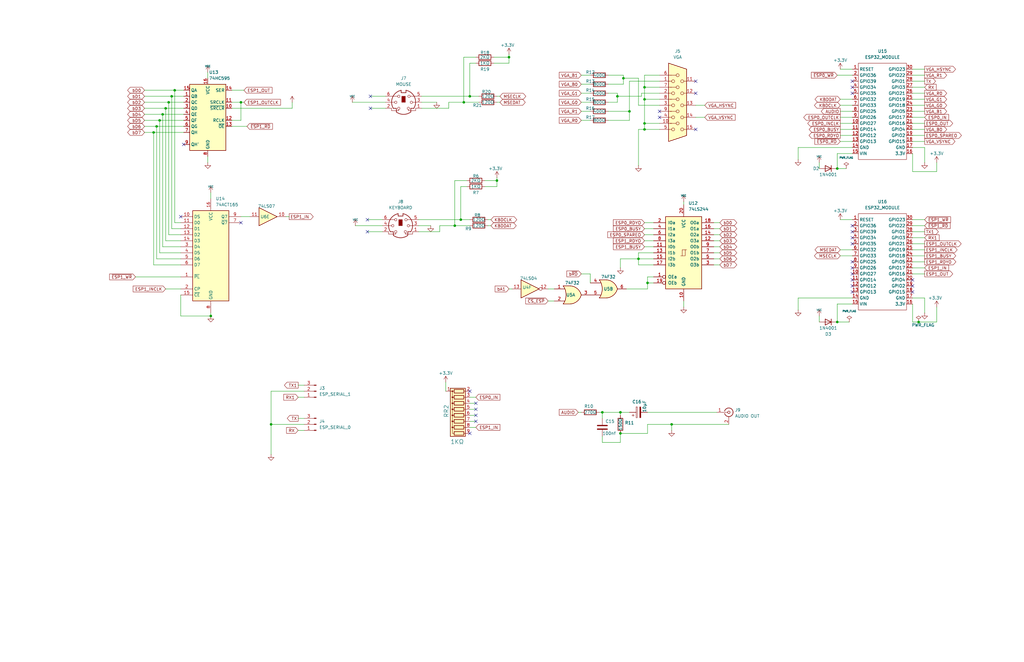
<source format=kicad_sch>
(kicad_sch (version 20250114) (generator "eeschema") (generator_version "9.0")
  (paper "USLedger")
  (title_block (title "ISA DUAL ESP32") (date "2025-06-28") (rev "V1.2"))
  (lib_symbols
    (symbol "74xx:74HC165"
      (property "Reference" "U" (at -7.62 19.05 0))
      (property "Value" "74HC165" (at -7.62 -21.59 0))
      (symbol "74HC165_1_0"
        (pin input line (at -12.7 15.24 0) (length 5.08) (name "DS") (number "10"))
        (pin input line (at -12.7 12.7 0) (length 5.08) (name "D0") (number "11"))
        (pin input line (at -12.7 10.16 0) (length 5.08) (name "D1") (number "12"))
        (pin input line (at -12.7 7.62 0) (length 5.08) (name "D2") (number "13"))
        (pin input line (at -12.7 5.08 0) (length 5.08) (name "D3") (number "14"))
        (pin input line (at -12.7 2.54 0) (length 5.08) (name "D4") (number "3"))
        (pin input line (at -12.7 0 0) (length 5.08) (name "D5") (number "4"))
        (pin input line (at -12.7 -2.54 0) (length 5.08) (name "D6") (number "5"))
        (pin input line (at -12.7 -5.08 0) (length 5.08) (name "D7") (number "6"))
        (pin input line (at -12.7 -10.16 0) (length 5.08) (name "~{PL}") (number "1"))
        (pin input line (at -12.7 -15.24 0) (length 5.08) (name "CP") (number "2"))
        (pin input line (at -12.7 -17.78 0) (length 5.08) (name "~{CE}") (number "15"))
        (pin power_in line (at 0 22.86 270) (length 5.08) (name "VCC") (number "16"))
        (pin power_in line (at 0 -25.4 90) (length 5.08) (name "GND") (number "8"))
        (pin output line (at 12.7 15.24 180) (length 5.08) (name "Q7") (number "9"))
        (pin output line (at 12.7 12.7 180) (length 5.08) (name "~{Q7}") (number "7"))
      )
    )
    (symbol "74xx:74HC595"
      (property "Reference" "U" (at -7.62 13.97 0))
      (property "Value" "74HC595" (at -7.62 -16.51 0))
      (symbol "74HC595_1_0"
        (pin input line (at -10.16 10.16 0) (length 2.54) (name "SER") (number "14"))
        (pin input line (at -10.16 5.08 0) (length 2.54) (name "SRCLK") (number "11"))
        (pin input line (at -10.16 2.54 0) (length 2.54) (name "~{SRCLR}") (number "10"))
        (pin input line (at -10.16 -2.54 0) (length 2.54) (name "RCLK") (number "12"))
        (pin input line (at -10.16 -5.08 0) (length 2.54) (name "~{OE}") (number "13"))
        (pin power_in line (at 0 15.24 270) (length 2.54) (name "VCC") (number "16"))
        (pin power_in line (at 0 -17.78 90) (length 2.54) (name "GND") (number "8"))
        (pin tri_state line (at 10.16 10.16 180) (length 2.54) (name "QA") (number "15"))
        (pin tri_state line (at 10.16 7.62 180) (length 2.54) (name "QB") (number "1"))
        (pin tri_state line (at 10.16 5.08 180) (length 2.54) (name "QC") (number "2"))
        (pin tri_state line (at 10.16 2.54 180) (length 2.54) (name "QD") (number "3"))
        (pin tri_state line (at 10.16 0 180) (length 2.54) (name "QE") (number "4"))
        (pin tri_state line (at 10.16 -2.54 180) (length 2.54) (name "QF") (number "5"))
        (pin tri_state line (at 10.16 -5.08 180) (length 2.54) (name "QG") (number "6"))
        (pin tri_state line (at 10.16 -7.62 180) (length 2.54) (name "QH") (number "7"))
        (pin output line (at 10.16 -12.7 180) (length 2.54) (name "QH'") (number "9"))
      )
    )
    (symbol "74xx:74LS04"
      (property "Reference" "U" (at 0 1.27 0))
      (property "Value" "74LS04" (at 0 -1.27 0))
      (symbol "74LS04_1_0"
        (pin input line (at -7.62 0 0) (length 3.81) (name "~") (number "1"))
        (pin output inverted (at 7.62 0 180) (length 3.81) (name "~") (number "2"))
      )
      (symbol "74LS04_2_0"
        (pin input line (at -7.62 0 0) (length 3.81) (name "~") (number "3"))
        (pin output inverted (at 7.62 0 180) (length 3.81) (name "~") (number "4"))
      )
      (symbol "74LS04_3_0"
        (pin input line (at -7.62 0 0) (length 3.81) (name "~") (number "5"))
        (pin output inverted (at 7.62 0 180) (length 3.81) (name "~") (number "6"))
      )
      (symbol "74LS04_4_0"
        (pin input line (at -7.62 0 0) (length 3.81) (name "~") (number "9"))
        (pin output inverted (at 7.62 0 180) (length 3.81) (name "~") (number "8"))
      )
      (symbol "74LS04_5_0"
        (pin input line (at -7.62 0 0) (length 3.81) (name "~") (number "11"))
        (pin output inverted (at 7.62 0 180) (length 3.81) (name "~") (number "10"))
      )
      (symbol "74LS04_6_0"
        (pin input line (at -7.62 0 0) (length 3.81) (name "~") (number "13"))
        (pin output inverted (at 7.62 0 180) (length 3.81) (name "~") (number "12"))
      )
      (symbol "74LS04_7_0"
        (pin power_in line (at 0 12.7 270) (length 5.08) (name "VCC") (number "14"))
        (pin power_in line (at 0 -12.7 90) (length 5.08) (name "GND") (number "7"))
      )
    )
    (symbol "74xx:74LS07" (pin_names (offset 1.016))
      (property "Reference" "U" (at 0 1.27 0))
      (property "Value" "74LS07" (at 0 -1.27 0))
      (symbol "74LS07_1_0"
        (pin input line (at -7.62 0 0) (length 3.81) (name "~") (number "1"))
        (pin open_collector line (at 7.62 0 180) (length 3.81) (name "~") (number "2"))
      )
      (symbol "74LS07_2_0"
        (pin input line (at -7.62 0 0) (length 3.81) (name "~") (number "3"))
        (pin open_collector line (at 7.62 0 180) (length 3.81) (name "~") (number "4"))
      )
      (symbol "74LS07_3_0"
        (pin input line (at -7.62 0 0) (length 3.81) (name "~") (number "5"))
        (pin open_collector line (at 7.62 0 180) (length 3.81) (name "~") (number "6"))
      )
      (symbol "74LS07_4_0"
        (pin input line (at -7.62 0 0) (length 3.81) (name "~") (number "9"))
        (pin open_collector line (at 7.62 0 180) (length 3.81) (name "~") (number "8"))
      )
      (symbol "74LS07_5_0"
        (pin input line (at -7.62 0 0) (length 3.81) (name "~") (number "11"))
        (pin open_collector line (at 7.62 0 180) (length 3.81) (name "~") (number "10"))
      )
      (symbol "74LS07_6_0"
        (pin input line (at -7.62 0 0) (length 3.81) (name "~") (number "13"))
        (pin open_collector line (at 7.62 0 180) (length 3.81) (name "~") (number "12"))
      )
      (symbol "74LS07_7_0"
        (pin power_in line (at 0 12.7 270) (length 5.08) (name "VCC") (number "14"))
        (pin power_in line (at 0 -12.7 90) (length 5.08) (name "GND") (number "7"))
      )
    )
    (symbol "74xx:74LS244" (pin_names (offset 1.016))
      (property "Reference" "U" (at -7.62 16.51 0))
      (property "Value" "74LS244" (at -7.62 -16.51 0))
      (symbol "74LS244_1_0"
        (pin input line (at -12.7 12.7 0) (length 5.08) (name "I0a") (number "2"))
        (pin input line (at -12.7 10.16 0) (length 5.08) (name "I1a") (number "4"))
        (pin input line (at -12.7 7.62 0) (length 5.08) (name "I2a") (number "6"))
        (pin input line (at -12.7 5.08 0) (length 5.08) (name "I3a") (number "8"))
        (pin input line (at -12.7 2.54 0) (length 5.08) (name "I0b") (number "11"))
        (pin input line (at -12.7 0 0) (length 5.08) (name "I1b") (number "13"))
        (pin input line (at -12.7 -2.54 0) (length 5.08) (name "I2b") (number "15"))
        (pin input line (at -12.7 -5.08 0) (length 5.08) (name "I3b") (number "17"))
        (pin input inverted (at -12.7 -10.16 0) (length 5.08) (name "OEa") (number "1"))
        (pin input inverted (at -12.7 -12.7 0) (length 5.08) (name "OEb") (number "19"))
        (pin power_in line (at 0 20.32 270) (length 5.08) (name "VCC") (number "20"))
        (pin power_in line (at 0 -20.32 90) (length 5.08) (name "GND") (number "10"))
        (pin tri_state line (at 12.7 12.7 180) (length 5.08) (name "O0a") (number "18"))
        (pin tri_state line (at 12.7 10.16 180) (length 5.08) (name "O1a") (number "16"))
        (pin tri_state line (at 12.7 7.62 180) (length 5.08) (name "O2a") (number "14"))
        (pin tri_state line (at 12.7 5.08 180) (length 5.08) (name "O3a") (number "12"))
        (pin tri_state line (at 12.7 2.54 180) (length 5.08) (name "O0b") (number "9"))
        (pin tri_state line (at 12.7 0 180) (length 5.08) (name "O1b") (number "7"))
        (pin tri_state line (at 12.7 -2.54 180) (length 5.08) (name "O2b") (number "5"))
        (pin tri_state line (at 12.7 -5.08 180) (length 5.08) (name "O3b") (number "3"))
      )
    )
    (symbol "74xx:74LS32" (pin_names (offset 1.016))
      (property "Reference" "U" (at 0 1.27 0))
      (property "Value" "74LS32" (at 0 -1.27 0))
      (symbol "74LS32_1_1"
        (pin input line (at -7.62 2.54 0) (length 4.318) (name "~") (number "1"))
        (pin input line (at -7.62 -2.54 0) (length 4.318) (name "~") (number "2"))
        (pin output line (at 7.62 0 180) (length 3.81) (name "~") (number "3"))
      )
      (symbol "74LS32_1_2"
        (pin input inverted (at -7.62 2.54 0) (length 3.81) (name "~") (number "1"))
        (pin input inverted (at -7.62 -2.54 0) (length 3.81) (name "~") (number "2"))
        (pin output inverted (at 7.62 0 180) (length 3.81) (name "~") (number "3"))
      )
      (symbol "74LS32_2_1"
        (pin input line (at -7.62 2.54 0) (length 4.318) (name "~") (number "4"))
        (pin input line (at -7.62 -2.54 0) (length 4.318) (name "~") (number "5"))
        (pin output line (at 7.62 0 180) (length 3.81) (name "~") (number "6"))
      )
      (symbol "74LS32_2_2"
        (pin input inverted (at -7.62 2.54 0) (length 3.81) (name "~") (number "4"))
        (pin input inverted (at -7.62 -2.54 0) (length 3.81) (name "~") (number "5"))
        (pin output inverted (at 7.62 0 180) (length 3.81) (name "~") (number "6"))
      )
      (symbol "74LS32_3_1"
        (pin input line (at -7.62 2.54 0) (length 4.318) (name "~") (number "9"))
        (pin input line (at -7.62 -2.54 0) (length 4.318) (name "~") (number "10"))
        (pin output line (at 7.62 0 180) (length 3.81) (name "~") (number "8"))
      )
      (symbol "74LS32_3_2"
        (pin input inverted (at -7.62 2.54 0) (length 3.81) (name "~") (number "9"))
        (pin input inverted (at -7.62 -2.54 0) (length 3.81) (name "~") (number "10"))
        (pin output inverted (at 7.62 0 180) (length 3.81) (name "~") (number "8"))
      )
      (symbol "74LS32_4_1"
        (pin input line (at -7.62 2.54 0) (length 4.318) (name "~") (number "12"))
        (pin input line (at -7.62 -2.54 0) (length 4.318) (name "~") (number "13"))
        (pin output line (at 7.62 0 180) (length 3.81) (name "~") (number "11"))
      )
      (symbol "74LS32_4_2"
        (pin input inverted (at -7.62 2.54 0) (length 3.81) (name "~") (number "12"))
        (pin input inverted (at -7.62 -2.54 0) (length 3.81) (name "~") (number "13"))
        (pin output inverted (at 7.62 0 180) (length 3.81) (name "~") (number "11"))
      )
      (symbol "74LS32_5_0"
        (pin power_in line (at 0 12.7 270) (length 5.08) (name "VCC") (number "14"))
        (pin power_in line (at 0 -12.7 90) (length 5.08) (name "GND") (number "7"))
      )
    )
    (symbol "Connector:Conn_01x03_Pin" (pin_names (offset 1.016) (hide yes))
      (property "Reference" "J" (at 0 5.08 0))
      (property "Value" "Conn_01x03_Pin" (at 0 -5.08 0))
      (symbol "Conn_01x03_Pin_1_1"
        (pin passive line (at 5.08 2.54 180) (length 3.81) (name "Pin_1") (number "1"))
        (pin passive line (at 5.08 0 180) (length 3.81) (name "Pin_2") (number "2"))
        (pin passive line (at 5.08 -2.54 180) (length 3.81) (name "Pin_3") (number "3"))
      )
    )
    (symbol "Connector:Conn_Coaxial" (pin_names (offset 1.016) (hide yes))
      (property "Reference" "J" (at 0.254 3.048 0))
      (property "Value" "Conn_Coaxial" (at 2.921 0 90))
      (symbol "Conn_Coaxial_1_1"
        (pin passive line (at -5.08 0 0) (length 2.54) (name "In") (number "1"))
        (pin passive line (at 0 -5.08 90) (length 2.54) (name "Ext") (number "2"))
      )
    )
    (symbol "Connector:DE15_Socket_HighDensity" (pin_names (offset 1.016) (hide yes))
      (property "Reference" "J" (at 0 21.59 0))
      (property "Value" "DE15_Socket_HighDensity" (at 0 19.05 0))
      (symbol "DE15_Socket_HighDensity_1_1"
        (pin passive line (at -7.62 12.7 0) (length 5.08) (name "~") (number "6"))
        (pin passive line (at -7.62 10.16 0) (length 5.08) (name "~") (number "1"))
        (pin passive line (at -7.62 7.62 0) (length 5.08) (name "~") (number "7"))
        (pin passive line (at -7.62 5.08 0) (length 5.08) (name "~") (number "2"))
        (pin passive line (at -7.62 2.54 0) (length 5.08) (name "~") (number "8"))
        (pin passive line (at -7.62 0 0) (length 5.08) (name "~") (number "3"))
        (pin passive line (at -7.62 -2.54 0) (length 5.08) (name "~") (number "9"))
        (pin passive line (at -7.62 -5.08 0) (length 5.08) (name "~") (number "4"))
        (pin passive line (at -7.62 -7.62 0) (length 5.08) (name "~") (number "10"))
        (pin passive line (at -7.62 -10.16 0) (length 5.08) (name "~") (number "5"))
        (pin passive line (at 7.62 10.16 180) (length 5.08) (name "~") (number "11"))
        (pin passive line (at 7.62 5.08 180) (length 5.08) (name "~") (number "12"))
        (pin passive line (at 7.62 0 180) (length 5.08) (name "~") (number "13"))
        (pin passive line (at 7.62 -5.08 180) (length 5.08) (name "~") (number "14"))
        (pin passive line (at 7.62 -10.16 180) (length 5.08) (name "~") (number "15"))
      )
    )
    (symbol "Connector:Mini-DIN-6" (pin_names (offset 1.016))
      (property "Reference" "J" (at 0 6.35 0))
      (property "Value" "Mini-DIN-6" (at 0 -6.35 0))
      (symbol "Mini-DIN-6_1_1"
        (pin passive line (at -7.62 2.54 0) (length 2.54) (name "~") (number "6"))
        (pin passive line (at -7.62 0 0) (length 2.54) (name "~") (number "4"))
        (pin passive line (at -7.62 -2.54 0) (length 2.54) (name "~") (number "2"))
        (pin passive line (at 7.62 2.54 180) (length 2.54) (name "~") (number "5"))
        (pin passive line (at 7.62 0 180) (length 2.54) (name "~") (number "3"))
        (pin passive line (at 7.62 -2.54 180) (length 2.54) (name "~") (number "1"))
      )
    )
    (symbol "Custom:ESP32_MODULE"
      (property "Reference" "U" (at 0 0 0))
      (symbol "ESP32_MODULE_1_1"
        (pin input line (at -12.7 -6.35 0) (length 2.54) (name "RESET") (number "1"))
        (pin bidirectional line (at -12.7 -8.89 0) (length 2.54) (name "GPIO36") (number "2"))
        (pin bidirectional line (at -12.7 -11.43 0) (length 2.54) (name "GPIO39") (number "3"))
        (pin bidirectional line (at -12.7 -13.97 0) (length 2.54) (name "GPIO34") (number "4"))
        (pin bidirectional line (at -12.7 -16.51 0) (length 2.54) (name "GPIO35") (number "5"))
        (pin bidirectional line (at -12.7 -19.05 0) (length 2.54) (name "GPIO32") (number "6"))
        (pin bidirectional line (at -12.7 -21.59 0) (length 2.54) (name "GPIO33") (number "7"))
        (pin bidirectional line (at -12.7 -24.13 0) (length 2.54) (name "GPIO25") (number "8"))
        (pin bidirectional line (at -12.7 -26.67 0) (length 2.54) (name "GPIO26") (number "9"))
        (pin bidirectional line (at -12.7 -29.21 0) (length 2.54) (name "GPIO27") (number "10"))
        (pin bidirectional line (at -12.7 -31.75 0) (length 2.54) (name "GPIO14") (number "11"))
        (pin bidirectional line (at -12.7 -34.29 0) (length 2.54) (name "GPIO12") (number "12"))
        (pin bidirectional line (at -12.7 -36.83 0) (length 2.54) (name "GPIO13") (number "13"))
        (pin power_in line (at -12.7 -39.37 0) (length 2.54) (name "GND") (number "14"))
        (pin power_in line (at -12.7 -41.91 0) (length 2.54) (name "VIN") (number "15"))
        (pin bidirectional line (at 12.7 -6.35 180) (length 2.54) (name "GPIO23") (number "30"))
        (pin bidirectional line (at 12.7 -8.89 180) (length 2.54) (name "GPIO22") (number "29"))
        (pin bidirectional line (at 12.7 -11.43 180) (length 2.54) (name "GPIO1") (number "28"))
        (pin bidirectional line (at 12.7 -13.97 180) (length 2.54) (name "GPIO3") (number "27"))
        (pin bidirectional line (at 12.7 -16.51 180) (length 2.54) (name "GPIO21") (number "26"))
        (pin bidirectional line (at 12.7 -19.05 180) (length 2.54) (name "GPIO19") (number "25"))
        (pin bidirectional line (at 12.7 -21.59 180) (length 2.54) (name "GPIO18") (number "24"))
        (pin bidirectional line (at 12.7 -24.13 180) (length 2.54) (name "GPIO5") (number "23"))
        (pin bidirectional line (at 12.7 -26.67 180) (length 2.54) (name "GPIO17") (number "22"))
        (pin bidirectional line (at 12.7 -29.21 180) (length 2.54) (name "GPIO16") (number "21"))
        (pin bidirectional line (at 12.7 -31.75 180) (length 2.54) (name "GPIO4") (number "20"))
        (pin bidirectional line (at 12.7 -34.29 180) (length 2.54) (name "GPIO2") (number "19"))
        (pin bidirectional line (at 12.7 -36.83 180) (length 2.54) (name "GPIO15") (number "18"))
        (pin power_in line (at 12.7 -39.37 180) (length 2.54) (name "GND") (number "17"))
        (pin power_in line (at 12.7 -41.91 180) (length 2.54) (name "3.3V") (number "16"))
      )
    )
    (symbol "Device:C" (pin_numbers (hide yes)) (pin_names (offset 0.254))
      (property "Reference" "C" (at 0.635 2.54 0))
      (property "Value" "C" (at 0.635 -2.54 0))
      (symbol "C_1_1"
        (pin passive line (at 0 3.81 270) (length 2.794) (name "~") (number "1"))
        (pin passive line (at 0 -3.81 90) (length 2.794) (name "~") (number "2"))
      )
    )
    (symbol "Device:C_Polarized" (pin_numbers (hide yes)) (pin_names (offset 0.254))
      (property "Reference" "C" (at 0.635 2.54 0))
      (property "Value" "C_Polarized" (at 0.635 -2.54 0))
      (symbol "C_Polarized_1_1"
        (pin passive line (at 0 3.81 270) (length 2.794) (name "~") (number "1"))
        (pin passive line (at 0 -3.81 90) (length 2.794) (name "~") (number "2"))
      )
    )
    (symbol "Device:R" (pin_numbers (hide yes)) (pin_names (offset 0))
      (property "Reference" "R" (at 2.032 0 90))
      (property "Value" "R" (at 0 0 90))
      (symbol "R_1_1"
        (pin passive line (at 0 3.81 270) (length 1.27) (name "~") (number "1"))
        (pin passive line (at 0 -3.81 90) (length 1.27) (name "~") (number "2"))
      )
    )
    (symbol "Device:R_Network08" (pin_names (offset 0) (hide yes))
      (property "Reference" "RN" (at -12.7 0 90))
      (property "Value" "R_Network08" (at 10.16 0 90))
      (symbol "R_Network08_1_1"
        (pin passive line (at -10.16 5.08 270) (length 2.54) (name "common") (number "1"))
        (pin passive line (at -10.16 -5.08 90) (length 1.27) (name "R1") (number "2"))
        (pin passive line (at -7.62 -5.08 90) (length 1.27) (name "R2") (number "3"))
        (pin passive line (at -5.08 -5.08 90) (length 1.27) (name "R3") (number "4"))
        (pin passive line (at -2.54 -5.08 90) (length 1.27) (name "R4") (number "5"))
        (pin passive line (at 0 -5.08 90) (length 1.27) (name "R5") (number "6"))
        (pin passive line (at 2.54 -5.08 90) (length 1.27) (name "R6") (number "7"))
        (pin passive line (at 5.08 -5.08 90) (length 1.27) (name "R7") (number "8"))
        (pin passive line (at 7.62 -5.08 90) (length 1.27) (name "R8") (number "9"))
      )
    )
    (symbol "Diode:1N4001" (pin_numbers (hide yes)) (pin_names (hide yes))
      (property "Reference" "D" (at 0 2.54 0))
      (property "Value" "1N4001" (at 0 -2.54 0))
      (symbol "1N4001_1_1"
        (pin passive line (at -3.81 0 0) (length 2.54) (name "K") (number "1"))
        (pin passive line (at 3.81 0 180) (length 2.54) (name "A") (number "2"))
      )
    )
    (symbol "power:+3.3V" (power) (pin_numbers (hide yes)) (pin_names (offset 0) (hide yes))
      (property "Value" "+3.3V" (at 0 3.556 0))
      (symbol "+3.3V_1_1"
        (pin power_in line (at 0 0 90) (length 0) (name "~") (number "1"))
      )
    )
    (symbol "power:GND" (power) (pin_numbers (hide yes)) (pin_names (offset 0) (hide yes))
      (property "Value" "GND" (at 0 -3.81 0))
      (symbol "GND_1_1"
        (pin power_in line (at 0 0 270) (length 0) (name "~") (number "1"))
      )
    )
    (symbol "power:PWR_FLAG" (power) (pin_numbers (hide yes)) (pin_names (offset 0) (hide yes))
      (property "Value" "PWR_FLAG" (at 0 3.81 0))
      (symbol "PWR_FLAG_0_0"
        (pin power_out line (at 0 0 90) (length 0) (name "~") (number "1"))
      )
    )
    (symbol "power:VCC" (power) (pin_numbers (hide yes)) (pin_names (offset 0) (hide yes))
      (property "Value" "VCC" (at 0 3.556 0))
      (symbol "VCC_1_1"
        (pin power_in line (at 0 0 90) (length 0) (name "~") (number "1"))
      )
    )
  )
  (junction (at 262.89 33.02))
  (junction (at 353.06 71.12))
  (junction (at 353.06 135.89))
  (junction (at 261.62 173.99))
  (junction (at 387.35 135.89))
  (junction (at 66.04 53.34))
  (junction (at 114.3 179.07))
  (junction (at 68.58 48.26))
  (junction (at 88.9 133.35))
  (junction (at 73.66 38.1))
  (junction (at 69.85 45.72))
  (junction (at 195.58 43.18))
  (junction (at 101.6 43.18))
  (junction (at 71.12 43.18))
  (junction (at 271.78 54.61))
  (junction (at 72.39 40.64))
  (junction (at 271.78 36.83))
  (junction (at 283.21 179.07))
  (junction (at 254 173.99))
  (junction (at 191.77 95.25))
  (junction (at 265.43 46.99))
  (junction (at 261.62 182.88))
  (junction (at 64.77 55.88))
  (junction (at 269.24 109.22))
  (junction (at 260.35 40.64))
  (junction (at 214.63 24.13))
  (junction (at 271.78 52.07))
  (junction (at 273.05 119.38))
  (junction (at 198.12 40.64))
  (junction (at 194.31 92.71))
  (junction (at 271.78 41.91))
  (junction (at 209.55 76.2))
  (junction (at 67.31 50.8))
  (no_connect (at 384.81 120.65))
  (no_connect (at 200.66 177.8))
  (no_connect (at 293.37 54.61))
  (no_connect (at 77.47 60.96))
  (no_connect (at 359.41 39.37))
  (no_connect (at 76.2 91.44))
  (no_connect (at 359.41 113.03))
  (no_connect (at 359.41 34.29))
  (no_connect (at 200.66 175.26))
  (no_connect (at 359.41 95.25))
  (no_connect (at 101.6 93.98))
  (no_connect (at 198.12 182.88))
  (no_connect (at 293.37 39.37))
  (no_connect (at 200.66 172.72))
  (no_connect (at 154.94 97.79))
  (no_connect (at 359.41 118.11))
  (no_connect (at 359.41 110.49))
  (no_connect (at 156.21 40.64))
  (no_connect (at 200.66 170.18))
  (no_connect (at 359.41 36.83))
  (no_connect (at 198.12 165.1))
  (no_connect (at 359.41 97.79))
  (no_connect (at 359.41 123.19))
  (no_connect (at 154.94 92.71))
  (no_connect (at 359.41 115.57))
  (no_connect (at 384.81 123.19))
  (no_connect (at 156.21 45.72))
  (no_connect (at 384.81 118.11))
  (no_connect (at 359.41 102.87))
  (no_connect (at 278.13 46.99))
  (no_connect (at 293.37 34.29))
  (no_connect (at 359.41 120.65))
  (no_connect (at 359.41 100.33))
  (no_connect (at 278.13 49.53))
  (wire (pts (xy 261.62 109.22) (xy 261.62 113.03)))
  (wire (pts (xy 205.74 92.71) (xy 207.01 92.71)))
  (wire (pts (xy 264.16 121.92) (xy 273.05 121.92)))
  (wire (pts (xy 60.96 40.64) (xy 72.39 40.64)))
  (wire (pts (xy 125.73 162.56) (xy 128.27 162.56)))
  (wire (pts (xy 265.43 34.29) (xy 265.43 46.99)))
  (wire (pts (xy 128.27 165.1) (xy 114.3 165.1)))
  (wire (pts (xy 384.81 44.45) (xy 389.89 44.45)))
  (wire (pts (xy 245.11 50.8) (xy 248.92 50.8)))
  (wire (pts (xy 68.58 104.14) (xy 76.2 104.14)))
  (wire (pts (xy 76.2 96.52) (xy 72.39 96.52)))
  (wire (pts (xy 293.37 44.45) (xy 297.18 44.45)))
  (wire (pts (xy 60.96 48.26) (xy 68.58 48.26)))
  (wire (pts (xy 101.6 50.8) (xy 101.6 43.18)))
  (wire (pts (xy 198.12 170.18) (xy 200.66 170.18)))
  (wire (pts (xy 269.24 106.68) (xy 275.59 106.68)))
  (wire (pts (xy 273.05 179.07) (xy 273.05 182.88)))
  (wire (pts (xy 71.12 43.18) (xy 77.47 43.18)))
  (wire (pts (xy 191.77 95.25) (xy 198.12 95.25)))
  (wire (pts (xy 271.78 52.07) (xy 271.78 54.61)))
  (wire (pts (xy 204.47 76.2) (xy 209.55 76.2)))
  (wire (pts (xy 269.24 106.68) (xy 269.24 109.22)))
  (wire (pts (xy 273.05 182.88) (xy 261.62 182.88)))
  (wire (pts (xy 196.85 78.74) (xy 194.31 78.74)))
  (wire (pts (xy 57.15 116.84) (xy 76.2 116.84)))
  (wire (pts (xy 293.37 49.53) (xy 297.18 49.53)))
  (wire (pts (xy 283.21 179.07) (xy 283.21 181.61)))
  (wire (pts (xy 88.9 132.08) (xy 88.9 133.35)))
  (wire (pts (xy 384.81 107.95) (xy 389.89 107.95)))
  (wire (pts (xy 60.96 55.88) (xy 64.77 55.88)))
  (wire (pts (xy 97.79 38.1) (xy 102.87 38.1)))
  (wire (pts (xy 336.55 125.73) (xy 359.41 125.73)))
  (wire (pts (xy 278.13 54.61) (xy 271.78 54.61)))
  (wire (pts (xy 114.3 179.07) (xy 128.27 179.07)))
  (wire (pts (xy 354.33 46.99) (xy 359.41 46.99)))
  (wire (pts (xy 125.73 167.64) (xy 128.27 167.64)))
  (wire (pts (xy 101.6 43.18) (xy 102.87 43.18)))
  (wire (pts (xy 271.78 99.06) (xy 275.59 99.06)))
  (wire (pts (xy 354.33 49.53) (xy 359.41 49.53)))
  (wire (pts (xy 177.8 45.72) (xy 189.23 45.72)))
  (wire (pts (xy 187.96 161.29) (xy 187.96 165.1)))
  (wire (pts (xy 384.81 135.89) (xy 387.35 135.89)))
  (wire (pts (xy 67.31 106.68) (xy 67.31 50.8)))
  (wire (pts (xy 64.77 55.88) (xy 64.77 111.76)))
  (wire (pts (xy 68.58 48.26) (xy 68.58 104.14)))
  (wire (pts (xy 353.06 71.12) (xy 353.06 64.77)))
  (wire (pts (xy 69.85 45.72) (xy 77.47 45.72)))
  (wire (pts (xy 275.59 116.84) (xy 273.05 116.84)))
  (wire (pts (xy 273.05 173.99) (xy 302.26 173.99)))
  (wire (pts (xy 300.99 106.68) (xy 303.53 106.68)))
  (wire (pts (xy 245.11 35.56) (xy 248.92 35.56)))
  (wire (pts (xy 156.21 45.72) (xy 162.56 45.72)))
  (wire (pts (xy 384.81 36.83) (xy 389.89 36.83)))
  (wire (pts (xy 101.6 91.44) (xy 105.41 91.44)))
  (wire (pts (xy 195.58 24.13) (xy 200.66 24.13)))
  (wire (pts (xy 262.89 31.75) (xy 262.89 33.02)))
  (wire (pts (xy 60.96 50.8) (xy 67.31 50.8)))
  (wire (pts (xy 248.92 119.38) (xy 248.92 115.57)))
  (wire (pts (xy 185.42 95.25) (xy 191.77 95.25)))
  (wire (pts (xy 97.79 53.34) (xy 104.14 53.34)))
  (wire (pts (xy 260.35 40.64) (xy 260.35 39.37)))
  (wire (pts (xy 120.65 91.44) (xy 121.92 91.44)))
  (wire (pts (xy 384.81 125.73) (xy 389.89 125.73)))
  (wire (pts (xy 176.53 92.71) (xy 194.31 92.71)))
  (wire (pts (xy 66.04 109.22) (xy 76.2 109.22)))
  (wire (pts (xy 288.29 127) (xy 288.29 129.54)))
  (wire (pts (xy 269.24 109.22) (xy 261.62 109.22)))
  (wire (pts (xy 198.12 172.72) (xy 200.66 172.72)))
  (wire (pts (xy 354.33 44.45) (xy 359.41 44.45)))
  (wire (pts (xy 123.19 43.18) (xy 123.19 45.72)))
  (wire (pts (xy 189.23 43.18) (xy 195.58 43.18)))
  (wire (pts (xy 271.78 101.6) (xy 275.59 101.6)))
  (wire (pts (xy 125.73 176.53) (xy 128.27 176.53)))
  (wire (pts (xy 384.81 113.03) (xy 389.89 113.03)))
  (wire (pts (xy 200.66 26.67) (xy 198.12 26.67)))
  (wire (pts (xy 243.84 173.99) (xy 245.11 173.99)))
  (wire (pts (xy 69.85 101.6) (xy 69.85 45.72)))
  (wire (pts (xy 60.96 43.18) (xy 71.12 43.18)))
  (wire (pts (xy 214.63 121.92) (xy 215.9 121.92)))
  (wire (pts (xy 198.12 180.34) (xy 200.66 180.34)))
  (wire (pts (xy 191.77 95.25) (xy 191.77 76.2)))
  (wire (pts (xy 191.77 76.2) (xy 196.85 76.2)))
  (wire (pts (xy 336.55 125.73) (xy 336.55 130.81)))
  (wire (pts (xy 384.81 105.41) (xy 389.89 105.41)))
  (wire (pts (xy 66.04 53.34) (xy 77.47 53.34)))
  (wire (pts (xy 60.96 38.1) (xy 73.66 38.1)))
  (wire (pts (xy 271.78 41.91) (xy 278.13 41.91)))
  (wire (pts (xy 195.58 43.18) (xy 195.58 24.13)))
  (wire (pts (xy 231.14 121.92) (xy 233.68 121.92)))
  (wire (pts (xy 198.12 175.26) (xy 200.66 175.26)))
  (wire (pts (xy 256.54 31.75) (xy 262.89 31.75)))
  (wire (pts (xy 214.63 26.67) (xy 214.63 24.13)))
  (wire (pts (xy 354.33 105.41) (xy 359.41 105.41)))
  (wire (pts (xy 354.33 59.69) (xy 359.41 59.69)))
  (wire (pts (xy 64.77 55.88) (xy 77.47 55.88)))
  (wire (pts (xy 245.11 31.75) (xy 248.92 31.75)))
  (wire (pts (xy 278.13 44.45) (xy 269.24 44.45)))
  (wire (pts (xy 354.33 29.21) (xy 359.41 29.21)))
  (wire (pts (xy 345.44 133.35) (xy 345.44 135.89)))
  (wire (pts (xy 198.12 177.8) (xy 200.66 177.8)))
  (wire (pts (xy 176.53 97.79) (xy 185.42 97.79)))
  (wire (pts (xy 76.2 133.35) (xy 88.9 133.35)))
  (wire (pts (xy 336.55 62.23) (xy 359.41 62.23)))
  (wire (pts (xy 300.99 93.98) (xy 303.53 93.98)))
  (wire (pts (xy 300.99 101.6) (xy 303.53 101.6)))
  (wire (pts (xy 214.63 24.13) (xy 214.63 22.86)))
  (wire (pts (xy 185.42 95.25) (xy 185.42 97.79)))
  (wire (pts (xy 269.24 109.22) (xy 275.59 109.22)))
  (wire (pts (xy 194.31 78.74) (xy 194.31 92.71)))
  (wire (pts (xy 254 184.15) (xy 254 186.69)))
  (wire (pts (xy 271.78 36.83) (xy 278.13 36.83)))
  (wire (pts (xy 353.06 71.12) (xy 356.87 71.12)))
  (wire (pts (xy 384.81 115.57) (xy 389.89 115.57)))
  (wire (pts (xy 114.3 179.07) (xy 114.3 191.77)))
  (wire (pts (xy 73.66 38.1) (xy 73.66 93.98)))
  (wire (pts (xy 273.05 119.38) (xy 275.59 119.38)))
  (wire (pts (xy 389.89 125.73) (xy 389.89 132.08)))
  (wire (pts (xy 260.35 43.18) (xy 260.35 40.64)))
  (wire (pts (xy 283.21 179.07) (xy 307.34 179.07)))
  (wire (pts (xy 198.12 40.64) (xy 201.93 40.64)))
  (wire (pts (xy 149.86 95.25) (xy 161.29 95.25)))
  (wire (pts (xy 176.53 95.25) (xy 181.61 95.25)))
  (wire (pts (xy 300.99 109.22) (xy 303.53 109.22)))
  (wire (pts (xy 256.54 35.56) (xy 262.89 35.56)))
  (wire (pts (xy 384.81 59.69) (xy 389.89 59.69)))
  (wire (pts (xy 71.12 99.06) (xy 76.2 99.06)))
  (wire (pts (xy 384.81 57.15) (xy 389.89 57.15)))
  (wire (pts (xy 254 186.69) (xy 261.62 186.69)))
  (wire (pts (xy 278.13 31.75) (xy 271.78 31.75)))
  (wire (pts (xy 300.99 104.14) (xy 303.53 104.14)))
  (wire (pts (xy 384.81 100.33) (xy 389.89 100.33)))
  (wire (pts (xy 261.62 173.99) (xy 261.62 175.26)))
  (wire (pts (xy 209.55 78.74) (xy 209.55 76.2)))
  (wire (pts (xy 256.54 43.18) (xy 260.35 43.18)))
  (wire (pts (xy 353.06 128.27) (xy 359.41 128.27)))
  (wire (pts (xy 288.29 85.09) (xy 288.29 86.36)))
  (wire (pts (xy 69.85 121.92) (xy 76.2 121.92)))
  (wire (pts (xy 88.9 81.28) (xy 88.9 83.82)))
  (wire (pts (xy 71.12 43.18) (xy 71.12 99.06)))
  (wire (pts (xy 87.63 66.04) (xy 87.63 68.58)))
  (wire (pts (xy 60.96 53.34) (xy 66.04 53.34)))
  (wire (pts (xy 300.99 96.52) (xy 303.53 96.52)))
  (wire (pts (xy 353.06 135.89) (xy 353.06 128.27)))
  (wire (pts (xy 384.81 97.79) (xy 389.89 97.79)))
  (wire (pts (xy 384.81 102.87) (xy 389.89 102.87)))
  (wire (pts (xy 353.06 31.75) (xy 359.41 31.75)))
  (wire (pts (xy 271.78 52.07) (xy 278.13 52.07)))
  (wire (pts (xy 384.81 34.29) (xy 389.89 34.29)))
  (wire (pts (xy 245.11 39.37) (xy 248.92 39.37)))
  (wire (pts (xy 156.21 40.64) (xy 162.56 40.64)))
  (wire (pts (xy 97.79 43.18) (xy 101.6 43.18)))
  (wire (pts (xy 270.51 40.64) (xy 260.35 40.64)))
  (wire (pts (xy 114.3 165.1) (xy 114.3 179.07)))
  (wire (pts (xy 209.55 43.18) (xy 210.82 43.18)))
  (wire (pts (xy 204.47 78.74) (xy 209.55 78.74)))
  (wire (pts (xy 336.55 62.23) (xy 336.55 67.31)))
  (wire (pts (xy 353.06 64.77) (xy 359.41 64.77)))
  (wire (pts (xy 189.23 43.18) (xy 189.23 45.72)))
  (wire (pts (xy 154.94 92.71) (xy 161.29 92.71)))
  (wire (pts (xy 76.2 106.68) (xy 67.31 106.68)))
  (wire (pts (xy 198.12 167.64) (xy 200.66 167.64)))
  (wire (pts (xy 384.81 62.23) (xy 389.89 62.23)))
  (wire (pts (xy 384.81 31.75) (xy 389.89 31.75)))
  (wire (pts (xy 271.78 96.52) (xy 275.59 96.52)))
  (wire (pts (xy 256.54 46.99) (xy 265.43 46.99)))
  (wire (pts (xy 148.59 43.18) (xy 162.56 43.18)))
  (wire (pts (xy 384.81 46.99) (xy 389.89 46.99)))
  (wire (pts (xy 73.66 38.1) (xy 77.47 38.1)))
  (wire (pts (xy 269.24 33.02) (xy 262.89 33.02)))
  (wire (pts (xy 271.78 36.83) (xy 271.78 41.91)))
  (wire (pts (xy 384.81 41.91) (xy 389.89 41.91)))
  (wire (pts (xy 97.79 50.8) (xy 101.6 50.8)))
  (wire (pts (xy 353.06 135.89) (xy 358.14 135.89)))
  (wire (pts (xy 205.74 95.25) (xy 207.01 95.25)))
  (wire (pts (xy 273.05 119.38) (xy 273.05 121.92)))
  (wire (pts (xy 76.2 124.46) (xy 76.2 133.35)))
  (wire (pts (xy 384.81 39.37) (xy 389.89 39.37)))
  (wire (pts (xy 208.28 24.13) (xy 214.63 24.13)))
  (wire (pts (xy 270.51 39.37) (xy 278.13 39.37)))
  (wire (pts (xy 72.39 96.52) (xy 72.39 40.64)))
  (wire (pts (xy 269.24 109.22) (xy 269.24 111.76)))
  (wire (pts (xy 345.44 68.58) (xy 345.44 71.12)))
  (wire (pts (xy 208.28 26.67) (xy 214.63 26.67)))
  (wire (pts (xy 73.66 93.98) (xy 76.2 93.98)))
  (wire (pts (xy 354.33 41.91) (xy 359.41 41.91)))
  (wire (pts (xy 254 173.99) (xy 261.62 173.99)))
  (wire (pts (xy 354.33 92.71) (xy 359.41 92.71)))
  (wire (pts (xy 394.97 68.58) (xy 394.97 72.39)))
  (wire (pts (xy 66.04 53.34) (xy 66.04 109.22)))
  (wire (pts (xy 245.11 46.99) (xy 248.92 46.99)))
  (wire (pts (xy 278.13 34.29) (xy 265.43 34.29)))
  (wire (pts (xy 384.81 72.39) (xy 394.97 72.39)))
  (wire (pts (xy 300.99 99.06) (xy 303.53 99.06)))
  (wire (pts (xy 265.43 46.99) (xy 265.43 50.8)))
  (wire (pts (xy 384.81 54.61) (xy 389.89 54.61)))
  (wire (pts (xy 354.33 52.07) (xy 359.41 52.07)))
  (wire (pts (xy 270.51 40.64) (xy 270.51 39.37)))
  (wire (pts (xy 273.05 179.07) (xy 283.21 179.07)))
  (wire (pts (xy 271.78 104.14) (xy 275.59 104.14)))
  (wire (pts (xy 87.63 30.48) (xy 87.63 33.02)))
  (wire (pts (xy 60.96 45.72) (xy 69.85 45.72)))
  (wire (pts (xy 198.12 26.67) (xy 198.12 40.64)))
  (wire (pts (xy 384.81 92.71) (xy 389.89 92.71)))
  (wire (pts (xy 256.54 50.8) (xy 265.43 50.8)))
  (wire (pts (xy 194.31 92.71) (xy 198.12 92.71)))
  (wire (pts (xy 254 173.99) (xy 254 176.53)))
  (wire (pts (xy 300.99 111.76) (xy 303.53 111.76)))
  (wire (pts (xy 269.24 54.61) (xy 269.24 69.85)))
  (wire (pts (xy 252.73 173.99) (xy 254 173.99)))
  (wire (pts (xy 72.39 40.64) (xy 77.47 40.64)))
  (wire (pts (xy 177.8 40.64) (xy 198.12 40.64)))
  (wire (pts (xy 97.79 45.72) (xy 123.19 45.72)))
  (wire (pts (xy 67.31 50.8) (xy 77.47 50.8)))
  (wire (pts (xy 271.78 54.61) (xy 269.24 54.61)))
  (wire (pts (xy 384.81 128.27) (xy 384.81 135.89)))
  (wire (pts (xy 245.11 43.18) (xy 248.92 43.18)))
  (wire (pts (xy 262.89 33.02) (xy 262.89 35.56)))
  (wire (pts (xy 354.33 107.95) (xy 359.41 107.95)))
  (wire (pts (xy 271.78 41.91) (xy 271.78 52.07)))
  (wire (pts (xy 354.33 57.15) (xy 359.41 57.15)))
  (wire (pts (xy 384.81 64.77) (xy 384.81 72.39)))
  (wire (pts (xy 76.2 111.76) (xy 64.77 111.76)))
  (wire (pts (xy 269.24 44.45) (xy 269.24 33.02)))
  (wire (pts (xy 354.33 54.61) (xy 359.41 54.61)))
  (wire (pts (xy 125.73 181.61) (xy 128.27 181.61)))
  (wire (pts (xy 261.62 173.99) (xy 265.43 173.99)))
  (wire (pts (xy 384.81 52.07) (xy 389.89 52.07)))
  (wire (pts (xy 394.97 135.89) (xy 394.97 129.54)))
  (wire (pts (xy 177.8 43.18) (xy 184.15 43.18)))
  (wire (pts (xy 68.58 48.26) (xy 77.47 48.26)))
  (wire (pts (xy 389.89 62.23) (xy 389.89 68.58)))
  (wire (pts (xy 269.24 111.76) (xy 275.59 111.76)))
  (wire (pts (xy 384.81 95.25) (xy 389.89 95.25)))
  (wire (pts (xy 256.54 39.37) (xy 260.35 39.37)))
  (wire (pts (xy 76.2 101.6) (xy 69.85 101.6)))
  (wire (pts (xy 245.11 115.57) (xy 248.92 115.57)))
  (wire (pts (xy 384.81 110.49) (xy 389.89 110.49)))
  (wire (pts (xy 384.81 29.21) (xy 389.89 29.21)))
  (wire (pts (xy 209.55 40.64) (xy 210.82 40.64)))
  (wire (pts (xy 231.14 127) (xy 233.68 127)))
  (wire (pts (xy 195.58 43.18) (xy 201.93 43.18)))
  (wire (pts (xy 271.78 93.98) (xy 275.59 93.98)))
  (wire (pts (xy 209.55 76.2) (xy 209.55 74.93)))
  (wire (pts (xy 271.78 31.75) (xy 271.78 36.83)))
  (wire (pts (xy 154.94 97.79) (xy 161.29 97.79)))
  (wire (pts (xy 387.35 135.89) (xy 394.97 135.89)))
  (wire (pts (xy 273.05 116.84) (xy 273.05 119.38)))
  (wire (pts (xy 384.81 49.53) (xy 389.89 49.53)))
  (wire (pts (xy 261.62 182.88) (xy 261.62 186.69)))
  (global_label "ESP0_SPAREO" (shape input) (at 271.78 99.06 180) (property "Intersheetrefs" "${INTERSHEET_REFS}" (effects (hide yes))))
  (global_label "~{ESP1_RD}" (shape input) (at 104.14 53.34 0) (property "Intersheetrefs" "${INTERSHEET_REFS}" (effects (hide yes))))
  (global_label "VGA_HSYNC" (shape input) (at 297.18 44.45 0) (property "Intersheetrefs" "${INTERSHEET_REFS}" (effects (hide yes))))
  (global_label "VGA_B0" (shape input) (at 245.11 35.56 180) (property "Intersheetrefs" "${INTERSHEET_REFS}" (effects (hide yes))))
  (global_label "ESP1_OUT" (shape input) (at 102.87 38.1 0) (property "Intersheetrefs" "${INTERSHEET_REFS}" (effects (hide yes))))
  (global_label "ESP0_IN" (shape input) (at 200.66 167.64 0) (property "Intersheetrefs" "${INTERSHEET_REFS}" (effects (hide yes))))
  (global_label "VGA_G1" (shape input) (at 245.11 39.37 180) (property "Intersheetrefs" "${INTERSHEET_REFS}" (effects (hide yes))))
  (global_label "ESP0_OUT" (shape output) (at 389.89 52.07 0) (property "Intersheetrefs" "${INTERSHEET_REFS}" (effects (hide yes))))
  (global_label "bD3" (shape tri_state) (at 303.53 101.6 0) (property "Intersheetrefs" "${INTERSHEET_REFS}" (effects (hide yes))))
  (global_label "KBDCLK" (shape bidirectional) (at 354.33 44.45 180) (property "Intersheetrefs" "${INTERSHEET_REFS}" (effects (hide yes))))
  (global_label "ESP0_BUSY" (shape input) (at 271.78 96.52 180) (property "Intersheetrefs" "${INTERSHEET_REFS}" (effects (hide yes))))
  (global_label "bD4" (shape tri_state) (at 303.53 104.14 0) (property "Intersheetrefs" "${INTERSHEET_REFS}" (effects (hide yes))))
  (global_label "RX" (shape input) (at 125.73 181.61 180) (property "Intersheetrefs" "${INTERSHEET_REFS}" (effects (hide yes))))
  (global_label "VGA_HSYNC" (shape output) (at 389.89 29.21 0) (property "Intersheetrefs" "${INTERSHEET_REFS}" (effects (hide yes))))
  (global_label "VGA_R1" (shape output) (at 389.89 31.75 0) (property "Intersheetrefs" "${INTERSHEET_REFS}" (effects (hide yes))))
  (global_label "bD5" (shape tri_state) (at 303.53 106.68 0) (property "Intersheetrefs" "${INTERSHEET_REFS}" (effects (hide yes))))
  (global_label "AUDIO" (shape output) (at 354.33 46.99 180) (property "Intersheetrefs" "${INTERSHEET_REFS}" (effects (hide yes))))
  (global_label "ESP1_INCLK" (shape input) (at 69.85 121.92 180) (property "Intersheetrefs" "${INTERSHEET_REFS}" (effects (hide yes))))
  (global_label "VGA_B1" (shape input) (at 245.11 31.75 180) (property "Intersheetrefs" "${INTERSHEET_REFS}" (effects (hide yes))))
  (global_label "TX1" (shape output) (at 389.89 97.79 0) (property "Intersheetrefs" "${INTERSHEET_REFS}" (effects (hide yes))))
  (global_label "~{ESP0_WR}" (shape input) (at 353.06 31.75 180) (property "Intersheetrefs" "${INTERSHEET_REFS}" (effects (hide yes))))
  (global_label "ESP0_BUSY" (shape output) (at 354.33 54.61 180) (property "Intersheetrefs" "${INTERSHEET_REFS}" (effects (hide yes))))
  (global_label "bD4" (shape bidirectional) (at 60.96 48.26 180) (property "Intersheetrefs" "${INTERSHEET_REFS}" (effects (hide yes))))
  (global_label "ESP0_RDYO" (shape input) (at 271.78 93.98 180) (property "Intersheetrefs" "${INTERSHEET_REFS}" (effects (hide yes))))
  (global_label "bD2" (shape bidirectional) (at 60.96 43.18 180) (property "Intersheetrefs" "${INTERSHEET_REFS}" (effects (hide yes))))
  (global_label "ESP1_BUSY" (shape input) (at 271.78 104.14 180) (property "Intersheetrefs" "${INTERSHEET_REFS}" (effects (hide yes))))
  (global_label "ESP0_SPAREO" (shape output) (at 389.89 57.15 0) (property "Intersheetrefs" "${INTERSHEET_REFS}" (effects (hide yes))))
  (global_label "ESP1_IN" (shape input) (at 200.66 180.34 0) (property "Intersheetrefs" "${INTERSHEET_REFS}" (effects (hide yes))))
  (global_label "bD5" (shape bidirectional) (at 60.96 50.8 180) (property "Intersheetrefs" "${INTERSHEET_REFS}" (effects (hide yes))))
  (global_label "bD6" (shape bidirectional) (at 60.96 53.34 180) (property "Intersheetrefs" "${INTERSHEET_REFS}" (effects (hide yes))))
  (global_label "VGA_G1" (shape output) (at 389.89 41.91 0) (property "Intersheetrefs" "${INTERSHEET_REFS}" (effects (hide yes))))
  (global_label "TX" (shape output) (at 125.73 176.53 180) (property "Intersheetrefs" "${INTERSHEET_REFS}" (effects (hide yes))))
  (global_label "VGA_R1" (shape input) (at 245.11 46.99 180) (property "Intersheetrefs" "${INTERSHEET_REFS}" (effects (hide yes))))
  (global_label "bD6" (shape tri_state) (at 303.53 109.22 0) (property "Intersheetrefs" "${INTERSHEET_REFS}" (effects (hide yes))))
  (global_label "VGA_R0" (shape input) (at 245.11 50.8 180) (property "Intersheetrefs" "${INTERSHEET_REFS}" (effects (hide yes))))
  (global_label "bD0" (shape tri_state) (at 303.53 93.98 0) (property "Intersheetrefs" "${INTERSHEET_REFS}" (effects (hide yes))))
  (global_label "TX" (shape output) (at 389.89 34.29 0) (property "Intersheetrefs" "${INTERSHEET_REFS}" (effects (hide yes))))
  (global_label "VGA_G0" (shape input) (at 245.11 43.18 180) (property "Intersheetrefs" "${INTERSHEET_REFS}" (effects (hide yes))))
  (global_label "MSECLK" (shape bidirectional) (at 354.33 107.95 180) (property "Intersheetrefs" "${INTERSHEET_REFS}" (effects (hide yes))))
  (global_label "VGA_B1" (shape output) (at 389.89 46.99 0) (property "Intersheetrefs" "${INTERSHEET_REFS}" (effects (hide yes))))
  (global_label "~{ESP1_RD}" (shape input) (at 389.89 95.25 0) (property "Intersheetrefs" "${INTERSHEET_REFS}" (effects (hide yes))))
  (global_label "ESP1_IN" (shape input) (at 389.89 113.03 0) (property "Intersheetrefs" "${INTERSHEET_REFS}" (effects (hide yes))))
  (global_label "bD0" (shape bidirectional) (at 60.96 38.1 180) (property "Intersheetrefs" "${INTERSHEET_REFS}" (effects (hide yes))))
  (global_label "bD2" (shape tri_state) (at 303.53 99.06 0) (property "Intersheetrefs" "${INTERSHEET_REFS}" (effects (hide yes))))
  (global_label "TX1" (shape output) (at 125.73 162.56 180) (property "Intersheetrefs" "${INTERSHEET_REFS}" (effects (hide yes))))
  (global_label "~{ESP1_WR}" (shape input) (at 389.89 92.71 0) (property "Intersheetrefs" "${INTERSHEET_REFS}" (effects (hide yes))))
  (global_label "bD3" (shape bidirectional) (at 60.96 45.72 180) (property "Intersheetrefs" "${INTERSHEET_REFS}" (effects (hide yes))))
  (global_label "~{CS_ESP}" (shape input) (at 231.14 127 180) (property "Intersheetrefs" "${INTERSHEET_REFS}" (effects (hide yes))))
  (global_label "AUDIO" (shape input) (at 243.84 173.99 180) (property "Intersheetrefs" "${INTERSHEET_REFS}" (effects (hide yes))))
  (global_label "ESP0_OUTCLK" (shape output) (at 354.33 49.53 180) (property "Intersheetrefs" "${INTERSHEET_REFS}" (effects (hide yes))))
  (global_label "RX1" (shape input) (at 389.89 100.33 0) (property "Intersheetrefs" "${INTERSHEET_REFS}" (effects (hide yes))))
  (global_label "bD7" (shape bidirectional) (at 60.96 55.88 180) (property "Intersheetrefs" "${INTERSHEET_REFS}" (effects (hide yes))))
  (global_label "ESP1_OUTCLK" (shape output) (at 389.89 102.87 0) (property "Intersheetrefs" "${INTERSHEET_REFS}" (effects (hide yes))))
  (global_label "ESP1_IN" (shape output) (at 121.92 91.44 0) (property "Intersheetrefs" "${INTERSHEET_REFS}" (effects (hide yes))))
  (global_label "bD1" (shape tri_state) (at 303.53 96.52 0) (property "Intersheetrefs" "${INTERSHEET_REFS}" (effects (hide yes))))
  (global_label "ESP1_RDYO" (shape output) (at 389.89 110.49 0) (property "Intersheetrefs" "${INTERSHEET_REFS}" (effects (hide yes))))
  (global_label "VGA_VSYNC" (shape input) (at 297.18 49.53 0) (property "Intersheetrefs" "${INTERSHEET_REFS}" (effects (hide yes))))
  (global_label "VGA_G0" (shape output) (at 389.89 44.45 0) (property "Intersheetrefs" "${INTERSHEET_REFS}" (effects (hide yes))))
  (global_label "ESP1_OUTCLK" (shape input) (at 102.87 43.18 0) (property "Intersheetrefs" "${INTERSHEET_REFS}" (effects (hide yes))))
  (global_label "ESP1_INCLK" (shape output) (at 389.89 105.41 0) (property "Intersheetrefs" "${INTERSHEET_REFS}" (effects (hide yes))))
  (global_label "bD7" (shape tri_state) (at 303.53 111.76 0) (property "Intersheetrefs" "${INTERSHEET_REFS}" (effects (hide yes))))
  (global_label "ESP0_IN" (shape input) (at 389.89 49.53 0) (property "Intersheetrefs" "${INTERSHEET_REFS}" (effects (hide yes))))
  (global_label "bA1" (shape input) (at 214.63 121.92 180) (property "Intersheetrefs" "${INTERSHEET_REFS}" (effects (hide yes))))
  (global_label "ESP0_INCLK" (shape output) (at 354.33 52.07 180) (property "Intersheetrefs" "${INTERSHEET_REFS}" (effects (hide yes))))
  (global_label "ESP1_OUT" (shape output) (at 389.89 115.57 0) (property "Intersheetrefs" "${INTERSHEET_REFS}" (effects (hide yes))))
  (global_label "ESP1_BUSY" (shape output) (at 389.89 107.95 0) (property "Intersheetrefs" "${INTERSHEET_REFS}" (effects (hide yes))))
  (global_label "VGA_VSYNC" (shape output) (at 389.89 59.69 0) (property "Intersheetrefs" "${INTERSHEET_REFS}" (effects (hide yes))))
  (global_label "KBDDAT" (shape bidirectional) (at 354.33 41.91 180) (property "Intersheetrefs" "${INTERSHEET_REFS}" (effects (hide yes))))
  (global_label "~{ESP1_WR}" (shape input) (at 57.15 116.84 180) (property "Intersheetrefs" "${INTERSHEET_REFS}" (effects (hide yes))))
  (global_label "RX1" (shape input) (at 125.73 167.64 180) (property "Intersheetrefs" "${INTERSHEET_REFS}" (effects (hide yes))))
  (global_label "VGA_R0" (shape output) (at 389.89 39.37 0) (property "Intersheetrefs" "${INTERSHEET_REFS}" (effects (hide yes))))
  (global_label "KBDCLK" (shape bidirectional) (at 207.01 92.71 0) (property "Intersheetrefs" "${INTERSHEET_REFS}" (effects (hide yes))))
  (global_label "MSEDAT" (shape bidirectional) (at 354.33 105.41 180) (property "Intersheetrefs" "${INTERSHEET_REFS}" (effects (hide yes))))
  (global_label "RX" (shape input) (at 389.89 36.83 0) (property "Intersheetrefs" "${INTERSHEET_REFS}" (effects (hide yes))))
  (global_label "b~{RD}" (shape input) (at 245.11 115.57 180) (property "Intersheetrefs" "${INTERSHEET_REFS}" (effects (hide yes))))
  (global_label "VGA_B0" (shape output) (at 389.89 54.61 0) (property "Intersheetrefs" "${INTERSHEET_REFS}" (effects (hide yes))))
  (global_label "bD1" (shape bidirectional) (at 60.96 40.64 180) (property "Intersheetrefs" "${INTERSHEET_REFS}" (effects (hide yes))))
  (global_label "KBDDAT" (shape bidirectional) (at 207.01 95.25 0) (property "Intersheetrefs" "${INTERSHEET_REFS}" (effects (hide yes))))
  (global_label "~{ESP0_RD}" (shape input) (at 354.33 59.69 180) (property "Intersheetrefs" "${INTERSHEET_REFS}" (effects (hide yes))))
  (global_label "MSECLK" (shape bidirectional) (at 210.82 40.64 0) (property "Intersheetrefs" "${INTERSHEET_REFS}" (effects (hide yes))))
  (global_label "MSEDAT" (shape bidirectional) (at 210.82 43.18 0) (property "Intersheetrefs" "${INTERSHEET_REFS}" (effects (hide yes))))
  (global_label "ESP0_RDYO" (shape output) (at 354.33 57.15 180) (property "Intersheetrefs" "${INTERSHEET_REFS}" (effects (hide yes))))
  (global_label "ESP1_RDYO" (shape input) (at 271.78 101.6 180) (property "Intersheetrefs" "${INTERSHEET_REFS}" (effects (hide yes))))
  (symbol (lib_id "Device:R") (at 252.73 43.18 90) (unit 1)
    (property "Reference" "R15" (at 248.92 41.91 90))
    (property "Value" "800Ω" (at 252.73 43.18 90))
    (property "Footprint" "Custom:STD_DDW_RESISTOR" (effects (hide yes)))
  )
  (symbol (lib_id "Device:R") (at 252.73 35.56 90) (unit 1)
    (property "Reference" "R13" (at 248.92 34.29 90))
    (property "Value" "800Ω" (at 252.73 35.56 90))
    (property "Footprint" "Custom:STD_DDW_RESISTOR" (effects (hide yes)))
  )
  (symbol (lib_id "74xx:74LS07") (at 113.03 91.44 0) (unit 5)
    (property "Reference" "U6" (at 111.76 91.44 0))
    (property "Value" "74LS07" (at 112.395 86.995 0))
    (property "Footprint" "Custom:STD_DDW_DIP14" (effects (hide yes)))
    (property "Datasheet" "www.ti.com/lit/ds/symlink/sn74ls07.pdf" (effects (hide yes)))
  )
  (symbol (lib_id "power:PWR_FLAG") (at 356.87 71.12 0) (unit 1)
    (property "Reference" "#FLG03" (effects (hide yes)))
    (property "Value" "PWR_FLAG" (at 356.87 66.548 0) (effects (font (size 0.762 0.762))))
    (property "Description" "Special symbol for telling ERC where power comes from" (effects (hide yes)))
  )
  (symbol (lib_id "power:VCC") (at 148.59 43.18 0) (unit 1)
    (property "Reference" "#PWR048" (effects (hide yes)))
    (property "Value" "VCC" (at 148.59 40.64 0) (effects (font (size 0.762 0.762))))
    (property "Description" "Power symbol creates a global label with name \"VCC\"" (effects (hide yes)))
  )
  (symbol (lib_id "Device:R") (at 248.92 173.99 90) (unit 1)
    (property "Reference" "R10" (at 248.285 171.45 90))
    (property "Value" "270Ω" (at 248.92 173.99 90))
    (property "Footprint" "Custom:STD_DDW_RESISTOR" (effects (hide yes)))
  )
  (symbol (lib_id "power:+3.3V") (at 394.97 68.58 0) (unit 1)
    (property "Reference" "#PWR040" (effects (hide yes)))
    (property "Value" "+3.3V" (at 394.97 64.77 0))
    (property "Description" "Power symbol creates a global label with name \"+3.3V\"" (effects (hide yes)))
  )
  (symbol (lib_id "Device:R") (at 205.74 40.64 90) (unit 1)
    (property "Reference" "R20" (at 205.105 38.735 90))
    (property "Value" "120Ω" (at 205.74 40.64 90))
    (property "Footprint" "Custom:STD_DDW_RESISTOR" (effects (hide yes)))
  )
  (symbol (lib_id "power:+3.3V") (at 354.33 92.71 0) (unit 1)
    (property "Reference" "#PWR036" (effects (hide yes)))
    (property "Value" "+3.3V" (at 354.33 88.9 0))
    (property "Description" "Power symbol creates a global label with name \"+3.3V\"" (effects (hide yes)))
  )
  (symbol (lib_id "power:PWR_FLAG") (at 387.35 135.89 0) (unit 1)
    (property "Reference" "#FLG04" (effects (hide yes)))
    (property "Value" "PWR_FLAG" (at 389.255 137.16 0))
    (property "Description" "Special symbol for telling ERC where power comes from" (effects (hide yes)))
  )
  (symbol (lib_id "power:GND") (at 87.63 68.58 0) (unit 1)
    (property "Reference" "#PWR023" (effects (hide yes)))
    (property "Value" "GND" (effects (hide yes)))
    (property "Description" "Power symbol creates a global label with name \"GND\" , ground" (effects (hide yes)))
  )
  (symbol (lib_id "Device:R") (at 261.62 179.07 0) (unit 1)
    (property "Reference" "R11" (at 265.43 178.435 0))
    (property "Value" "150Ω" (at 261.62 179.07 90))
    (property "Footprint" "Custom:STD_DDW_RESISTOR" (effects (hide yes)))
  )
  (symbol (lib_id "power:VCC") (at 288.29 85.09 0) (unit 1)
    (property "Reference" "#PWR020" (effects (hide yes)))
    (property "Value" "VCC" (at 288.29 82.55 0) (effects (font (size 0.762 0.762))))
    (property "Description" "Power symbol creates a global label with name \"VCC\"" (effects (hide yes)))
  )
  (symbol (lib_id "Device:R") (at 252.73 50.8 90) (unit 1)
    (property "Reference" "R17" (at 248.92 49.53 90))
    (property "Value" "800Ω" (at 252.73 50.8 90))
    (property "Footprint" "Custom:STD_DDW_RESISTOR" (effects (hide yes)))
  )
  (symbol (lib_id "Diode:1N4001") (at 349.25 71.12 180) (unit 1)
    (property "Reference" "D2" (at 344.17 71.12 0))
    (property "Value" "1N4001" (at 349.25 73.66 0))
    (property "Footprint" "Diode_THT:D_DO-41_SOD81_P10.16mm_Horizontal" (effects (hide yes)))
    (property "Datasheet" "http://www.vishay.com/docs/88503/1n4001.pdf" (effects (hide yes)))
    (property "Description" "50V 1A General Purpose Rectifier Diode, DO-41" (effects (hide yes)))
    (property "Sim.Device" "D" (effects (hide yes)))
    (property "Sim.Pins" "1=K 2=A" (effects (hide yes)))
  )
  (symbol (lib_id "power:GND") (at 114.3 191.77 0) (unit 1)
    (property "Reference" "#PWR030" (effects (hide yes)))
    (property "Value" "GND" (effects (hide yes)))
    (property "Description" "Power symbol creates a global label with name \"GND\" , ground" (effects (hide yes)))
  )
  (symbol (lib_id "Connector:Mini-DIN-6") (at 168.91 95.25 0) (unit 1)
    (property "Reference" "J8" (at 168.9277 85.09 0))
    (property "Value" "KEYBOARD" (at 168.9277 87.63 0))
    (property "Footprint" "Custom:PS2_DIN" (effects (hide yes)))
    (property "Datasheet" "http://service.powerdynamics.com/ec/Catalog17/Section%2011.pdf" (effects (hide yes)))
    (property "Description" "6-pin Mini-DIN connector" (effects (hide yes)))
  )
  (symbol (lib_id "power:VCC") (at 87.63 30.48 0) (unit 1)
    (property "Reference" "#PWR022" (effects (hide yes)))
    (property "Value" "VCC" (at 87.63 27.94 0) (effects (font (size 0.762 0.762))))
    (property "Description" "Power symbol creates a global label with name \"VCC\"" (effects (hide yes)))
  )
  (symbol (lib_id "Device:R_Network08") (at 193.04 175.26 90) (mirror x) (unit 1)
    (property "Reference" "RR2" (at 188.214 173.482 0) (effects (font (size 1.778 1.778))))
    (property "Value" "1KΩ" (at 192.786 186.436 90) (effects (font (size 1.778 1.778))))
    (property "Footprint" "Resistor_THT:R_Array_SIP9" (effects (hide yes)))
    (property "Datasheet" "http://www.vishay.com/docs/31509/csc.pdf" (effects (hide yes)))
    (property "Description" "8 resistor network, star topology, bussed resistors, small symbol" (effects (hide yes)))
  )
  (symbol (lib_id "power:VCC") (at 88.9 81.28 0) (unit 1)
    (property "Reference" "#PWR024" (effects (hide yes)))
    (property "Value" "VCC" (at 88.9 78.74 0) (effects (font (size 0.762 0.762))))
    (property "Description" "Power symbol creates a global label with name \"VCC\"" (effects (hide yes)))
  )
  (symbol (lib_id "power:+3.3V") (at 394.97 129.54 0) (unit 1)
    (property "Reference" "#PWR041" (effects (hide yes)))
    (property "Value" "+3.3V" (at 394.335 125.73 0))
    (property "Description" "Power symbol creates a global label with name \"+3.3V\"" (effects (hide yes)))
  )
  (symbol (lib_id "Diode:1N4001") (at 349.25 135.89 180) (unit 1)
    (property "Reference" "D3" (at 349.25 140.97 0))
    (property "Value" "1N4001" (at 349.25 138.43 0))
    (property "Footprint" "Diode_THT:D_DO-41_SOD81_P10.16mm_Horizontal" (effects (hide yes)))
    (property "Datasheet" "http://www.vishay.com/docs/88503/1n4001.pdf" (effects (hide yes)))
    (property "Description" "50V 1A General Purpose Rectifier Diode, DO-41" (effects (hide yes)))
    (property "Sim.Device" "D" (effects (hide yes)))
    (property "Sim.Pins" "1=K 2=A" (effects (hide yes)))
  )
  (symbol (lib_id "power:+3.3V") (at 214.63 22.86 0) (unit 1)
    (property "Reference" "#PWR047" (effects (hide yes)))
    (property "Value" "+3.3V" (at 213.995 19.05 0))
    (property "Description" "Power symbol creates a global label with name \"+3.3V\"" (effects (hide yes)))
  )
  (symbol (lib_id "power:GND") (at 181.61 95.25 0) (unit 1)
    (property "Reference" "#PWR050" (effects (hide yes)))
    (property "Value" "GND" (effects (hide yes)))
    (property "Description" "Power symbol creates a global label with name \"GND\" , ground" (effects (hide yes)))
  )
  (symbol (lib_id "Device:R") (at 201.93 95.25 90) (unit 1)
    (property "Reference" "R9" (at 197.485 96.52 90))
    (property "Value" "120Ω" (at 201.93 95.25 90))
    (property "Footprint" "Custom:STD_DDW_RESISTOR" (effects (hide yes)))
  )
  (symbol (lib_id "power:GND") (at 389.89 132.08 0) (unit 1)
    (property "Reference" "#PWR039" (effects (hide yes)))
    (property "Value" "GND" (effects (hide yes)))
    (property "Description" "Power symbol creates a global label with name \"GND\" , ground" (effects (hide yes)))
  )
  (symbol (lib_id "power:GND") (at 389.89 68.58 0) (unit 1)
    (property "Reference" "#PWR038" (effects (hide yes)))
    (property "Value" "GND" (effects (hide yes)))
    (property "Description" "Power symbol creates a global label with name \"GND\" , ground" (effects (hide yes)))
  )
  (symbol (lib_id "74xx:74HC165") (at 88.9 106.68 0) (unit 1)
    (property "Reference" "U14" (at 90.9194 83.82 0) (effects (justify left)))
    (property "Value" "74ACT165" (at 90.9194 86.36 0) (effects (justify left)))
    (property "Footprint" "Custom:STD_DDW_DIP16" (effects (hide yes)))
    (property "Datasheet" "https://assets.nexperia.com/documents/data-sheet/74HC_HCT165.pdf" (effects (hide yes)))
  )
  (symbol (lib_id "Device:R") (at 252.73 39.37 90) (unit 1)
    (property "Reference" "R14" (at 248.92 38.1 90))
    (property "Value" "400Ω" (at 252.73 39.37 90))
    (property "Footprint" "Custom:STD_DDW_RESISTOR" (effects (hide yes)))
  )
  (symbol (lib_id "74xx:74LS04") (at 223.52 121.92 0) (unit 6)
    (property "Reference" "U4" (at 222.25 121.285 0))
    (property "Value" "74LS04" (at 222.885 117.475 0))
    (property "Footprint" "Custom:STD_DDW_DIP14" (effects (hide yes)))
    (property "Datasheet" "http://www.ti.com/lit/gpn/sn74LS04" (effects (hide yes)))
  )
  (symbol (lib_id "power:VCC") (at 123.19 43.18 0) (unit 1)
    (property "Reference" "#PWR027" (effects (hide yes)))
    (property "Value" "VCC" (effects (hide yes)))
    (property "Description" "Power symbol creates a global label with name \"VCC\"" (effects (hide yes)))
  )
  (symbol (lib_id "Connector:Conn_01x03_Pin") (at 133.35 165.1 180) (unit 1)
    (property "Reference" "J3" (at 134.62 163.8299 0) (effects (justify right)))
    (property "Value" "ESP_SERIAL_1" (at 134.62 166.3699 0) (effects (justify right)))
    (property "Footprint" "Custom:STD_DDW_PINHEAD_V_1x03" (effects (hide yes)))
    (property "Description" "Generic connector, single row, 01x03, script generated" (effects (hide yes)))
  )
  (symbol (lib_id "Device:R") (at 252.73 46.99 90) (unit 1)
    (property "Reference" "R16" (at 248.92 45.72 90))
    (property "Value" "400Ω" (at 252.73 46.99 90))
    (property "Footprint" "Custom:STD_DDW_RESISTOR" (effects (hide yes)))
  )
  (symbol (lib_id "Device:R") (at 200.66 76.2 90) (unit 1)
    (property "Reference" "R6" (at 200.66 74.295 90))
    (property "Value" "2KΩ" (at 200.66 76.2 90))
    (property "Footprint" "Custom:STD_DDW_RESISTOR" (effects (hide yes)))
  )
  (symbol (lib_id "power:VCC") (at 345.44 133.35 0) (unit 1)
    (property "Reference" "#PWR034" (effects (hide yes)))
    (property "Value" "VCC" (at 345.44 130.81 0) (effects (font (size 0.762 0.762))))
    (property "Description" "Power symbol creates a global label with name \"VCC\"" (effects (hide yes)))
  )
  (symbol (lib_id "Connector:Conn_01x03_Pin") (at 133.35 179.07 180) (unit 1)
    (property "Reference" "J4" (at 134.62 177.7999 0) (effects (justify right)))
    (property "Value" "ESP_SERIAL_0" (at 134.62 180.3399 0) (effects (justify right)))
    (property "Footprint" "Custom:STD_DDW_PINHEAD_V_1x03" (effects (hide yes)))
    (property "Description" "Generic connector, single row, 01x03, script generated" (effects (hide yes)))
  )
  (symbol (lib_id "Device:C") (at 254 180.34 0) (unit 1)
    (property "Reference" "C15" (at 255.27 177.8 0) (effects (justify left)))
    (property "Value" "100nf" (at 254 182.88 0) (effects (justify left)))
    (property "Footprint" "Custom:STD_DDW_CAP" (effects (hide yes)))
    (property "Description" "Unpolarized capacitor" (effects (hide yes)))
  )
  (symbol (lib_id "Device:R") (at 204.47 24.13 90) (unit 1)
    (property "Reference" "R18" (at 204.47 22.225 90))
    (property "Value" "2KΩ" (at 204.47 24.13 90))
    (property "Footprint" "Custom:STD_DDW_RESISTOR" (effects (hide yes)))
  )
  (symbol (lib_id "power:+3.3V") (at 187.96 161.29 0) (unit 1)
    (property "Reference" "#PWR028" (effects (hide yes)))
    (property "Value" "+3.3V" (at 187.96 157.48 0))
    (property "Description" "Power symbol creates a global label with name \"+3.3V\"" (effects (hide yes)))
  )
  (symbol (lib_id "Device:C_Polarized") (at 269.24 173.99 90) (unit 1)
    (property "Reference" "C16" (at 270.51 169.545 90) (effects (justify left)))
    (property "Value" "10µF" (at 271.78 173.99 0) (effects (justify left)))
    (property "Footprint" "Custom:STD_DDW_PCAP" (effects (hide yes)))
    (property "Description" "Polarized capacitor" (effects (hide yes)))
  )
  (symbol (lib_id "Device:R") (at 201.93 92.71 90) (unit 1)
    (property "Reference" "R8" (at 201.295 90.805 90))
    (property "Value" "120Ω" (at 201.93 92.71 90))
    (property "Footprint" "Custom:STD_DDW_RESISTOR" (effects (hide yes)))
  )
  (symbol (lib_id "Device:R") (at 205.74 43.18 90) (unit 1)
    (property "Reference" "R21" (at 201.295 44.45 90))
    (property "Value" "120Ω" (at 205.74 43.18 90))
    (property "Footprint" "Custom:STD_DDW_RESISTOR" (effects (hide yes)))
  )
  (symbol (lib_id "Custom:ESP32_MODULE") (at 372.11 86.36 0) (unit 1)
    (property "Reference" "U16" (at 372.11 85.09 0))
    (property "Value" "ESP32_MODULE" (at 372.11 87.63 0))
    (property "Footprint" "Custom:ESP32_Module" (effects (hide yes)))
  )
  (symbol (lib_id "74xx:74LS32") (at 256.54 121.92 0) (unit 2)
    (property "Reference" "U5" (at 256.54 121.92 0))
    (property "Value" "74F32" (at 256.54 116.84 0))
    (property "Footprint" "Custom:STD_DDW_DIP14" (effects (hide yes)))
    (property "Datasheet" "http://www.ti.com/lit/gpn/sn74LS32" (effects (hide yes)))
  )
  (symbol (lib_id "Connector:Mini-DIN-6") (at 170.18 43.18 0) (unit 1)
    (property "Reference" "J7" (at 170.1977 33.02 0))
    (property "Value" "MOUSE" (at 170.1977 35.56 0))
    (property "Footprint" "Custom:PS2_DIN" (effects (hide yes)))
    (property "Datasheet" "http://service.powerdynamics.com/ec/Catalog17/Section%2011.pdf" (effects (hide yes)))
    (property "Description" "6-pin Mini-DIN connector" (effects (hide yes)))
  )
  (symbol (lib_id "Device:R") (at 204.47 26.67 90) (unit 1)
    (property "Reference" "R19" (at 204.47 29.21 90))
    (property "Value" "1KΩ" (at 204.47 26.67 90))
    (property "Footprint" "Custom:STD_DDW_RESISTOR" (effects (hide yes)))
  )
  (symbol (lib_id "Custom:ESP32_MODULE") (at 372.11 22.86 0) (unit 1)
    (property "Reference" "U15" (at 372.11 21.59 0))
    (property "Value" "ESP32_MODULE" (at 372.11 24.13 0))
    (property "Footprint" "Custom:ESP32_Module" (effects (hide yes)))
  )
  (symbol (lib_id "power:+3.3V") (at 354.33 29.21 0) (unit 1)
    (property "Reference" "#PWR035" (effects (hide yes)))
    (property "Value" "+3.3V" (at 354.33 25.4 0))
    (property "Description" "Power symbol creates a global label with name \"+3.3V\"" (effects (hide yes)))
  )
  (symbol (lib_id "74xx:74LS244") (at 288.29 106.68 0) (unit 1)
    (property "Reference" "U12" (at 290.3094 85.725 0) (effects (justify left)))
    (property "Value" "74LS244" (at 290.3094 88.265 0) (effects (justify left)))
    (property "Footprint" "Custom:STD_DDW_DIP20" (effects (hide yes)))
    (property "Datasheet" "http://www.ti.com/lit/ds/symlink/sn74ls244.pdf" (effects (hide yes)))
  )
  (symbol (lib_id "power:GND") (at 336.55 130.81 0) (unit 1)
    (property "Reference" "#PWR032" (effects (hide yes)))
    (property "Value" "GND" (effects (hide yes)))
    (property "Description" "Power symbol creates a global label with name \"GND\" , ground" (effects (hide yes)))
  )
  (symbol (lib_id "power:GND") (at 261.62 113.03 0) (unit 1)
    (property "Reference" "#PWR015" (effects (hide yes)))
    (property "Value" "GND" (effects (hide yes)))
    (property "Description" "Power symbol creates a global label with name \"GND\" , ground" (effects (hide yes)))
  )
  (symbol (lib_id "power:GND") (at 288.29 129.54 0) (unit 1)
    (property "Reference" "#PWR021" (effects (hide yes)))
    (property "Value" "GND" (effects (hide yes)))
    (property "Description" "Power symbol creates a global label with name \"GND\" , ground" (effects (hide yes)))
  )
  (symbol (lib_id "power:GND") (at 336.55 67.31 0) (unit 1)
    (property "Reference" "#PWR031" (effects (hide yes)))
    (property "Value" "GND" (effects (hide yes)))
    (property "Description" "Power symbol creates a global label with name \"GND\" , ground" (effects (hide yes)))
  )
  (symbol (lib_id "power:GND") (at 269.24 69.85 0) (unit 1)
    (property "Reference" "#PWR037" (effects (hide yes)))
    (property "Value" "GND" (effects (hide yes)))
    (property "Description" "Power symbol creates a global label with name \"GND\" , ground" (effects (hide yes)))
  )
  (symbol (lib_id "74xx:74HC595") (at 87.63 48.26 0) (mirror y) (unit 1)
    (property "Reference" "U13" (at 88.1506 30.48 0) (effects (justify right)))
    (property "Value" "74HC595" (at 88.1506 33.02 0) (effects (justify right)))
    (property "Footprint" "Custom:STD_DDW_DIP16" (effects (hide yes)))
    (property "Datasheet" "http://www.ti.com/lit/ds/symlink/sn74hc595.pdf" (effects (hide yes)))
  )
  (symbol (lib_id "Connector:Conn_Coaxial") (at 307.34 173.99 0) (unit 1)
    (property "Reference" "J9" (at 309.88 173.0131 0) (effects (justify left)))
    (property "Value" "AUDIO OUT" (at 309.88 175.5531 0) (effects (justify left)))
    (property "Footprint" "Custom:STD_DDW_RCA" (effects (hide yes)))
    (property "Description" "coaxial connector (BNC, SMA, SMB, SMC, Cinch/RCA, LEMO, ...)" (effects (hide yes)))
  )
  (symbol (lib_id "Device:R") (at 252.73 31.75 90) (unit 1)
    (property "Reference" "R12" (at 248.92 30.48 90))
    (property "Value" "400Ω" (at 252.73 31.75 90))
    (property "Footprint" "Custom:STD_DDW_RESISTOR" (effects (hide yes)))
  )
  (symbol (lib_id "Connector:DE15_Socket_HighDensity") (at 285.75 44.45 0) (unit 1)
    (property "Reference" "J5" (at 285.75 21.59 0))
    (property "Value" "VGA" (at 285.75 24.13 0))
    (property "Footprint" "Custom:STD_DDW_VGA" (effects (hide yes)))
    (property "Description" "15-pin D-SUB connector, socket (female), High density (3 columns), Triple Row, Generic, VGA-connector" (effects (hide yes)))
  )
  (symbol (lib_id "power:PWR_FLAG") (at 358.14 135.89 0) (unit 1)
    (property "Reference" "#FLG05" (effects (hide yes)))
    (property "Value" "PWR_FLAG" (at 358.14 131.318 0) (effects (font (size 0.762 0.762))))
    (property "Description" "Special symbol for telling ERC where power comes from" (effects (hide yes)))
  )
  (symbol (lib_id "74xx:74LS32") (at 241.3 124.46 0) (unit 1)
    (property "Reference" "U5" (at 240.665 124.46 0))
    (property "Value" "74F32" (at 241.3 119.38 0))
    (property "Footprint" "Custom:STD_DDW_DIP14" (effects (hide yes)))
    (property "Datasheet" "http://www.ti.com/lit/gpn/sn74LS32" (effects (hide yes)))
  )
  (symbol (lib_id "power:GND") (at 283.21 181.61 0) (unit 1)
    (property "Reference" "#PWR029" (effects (hide yes)))
    (property "Value" "GND" (effects (hide yes)))
    (property "Description" "Power symbol creates a global label with name \"GND\" , ground" (effects (hide yes)))
  )
  (symbol (lib_id "power:GND") (at 184.15 43.18 0) (unit 1)
    (property "Reference" "#PWR051" (effects (hide yes)))
    (property "Value" "GND" (effects (hide yes)))
    (property "Description" "Power symbol creates a global label with name \"GND\" , ground" (effects (hide yes)))
  )
  (symbol (lib_id "power:GND") (at 88.9 133.35 0) (unit 1)
    (property "Reference" "#PWR025" (effects (hide yes)))
    (property "Value" "GND" (effects (hide yes)))
    (property "Description" "Power symbol creates a global label with name \"GND\" , ground" (effects (hide yes)))
  )
  (symbol (lib_id "power:VCC") (at 149.86 95.25 0) (unit 1)
    (property "Reference" "#PWR049" (effects (hide yes)))
    (property "Value" "VCC" (at 149.86 92.71 0) (effects (font (size 0.762 0.762))))
    (property "Description" "Power symbol creates a global label with name \"VCC\"" (effects (hide yes)))
  )
  (symbol (lib_id "power:+3.3V") (at 209.55 74.93 0) (unit 1)
    (property "Reference" "#PWR013" (effects (hide yes)))
    (property "Value" "+3.3V" (at 208.915 71.12 0))
    (property "Description" "Power symbol creates a global label with name \"+3.3V\"" (effects (hide yes)))
  )
  (symbol (lib_id "Device:R") (at 200.66 78.74 90) (unit 1)
    (property "Reference" "R7" (at 200.66 81.28 90))
    (property "Value" "1KΩ" (at 200.66 78.74 90))
    (property "Footprint" "Custom:STD_DDW_RESISTOR" (effects (hide yes)))
  )
  (symbol (lib_id "power:VCC") (at 345.44 68.58 0) (unit 1)
    (property "Reference" "#PWR033" (effects (hide yes)))
    (property "Value" "VCC" (at 345.44 66.04 0) (effects (font (size 0.762 0.762))))
    (property "Description" "Power symbol creates a global label with name \"VCC\"" (effects (hide yes)))
  )
)
</source>
